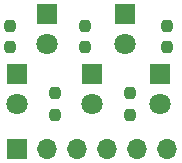
<source format=gbs>
%TF.GenerationSoftware,KiCad,Pcbnew,(6.0.10)*%
%TF.CreationDate,2023-01-30T00:45:51+02:00*%
%TF.ProjectId,LEDs Shield,4c454473-2053-4686-9965-6c642e6b6963,rev?*%
%TF.SameCoordinates,Original*%
%TF.FileFunction,Soldermask,Bot*%
%TF.FilePolarity,Negative*%
%FSLAX46Y46*%
G04 Gerber Fmt 4.6, Leading zero omitted, Abs format (unit mm)*
G04 Created by KiCad (PCBNEW (6.0.10)) date 2023-01-30 00:45:51*
%MOMM*%
%LPD*%
G01*
G04 APERTURE LIST*
G04 Aperture macros list*
%AMRoundRect*
0 Rectangle with rounded corners*
0 $1 Rounding radius*
0 $2 $3 $4 $5 $6 $7 $8 $9 X,Y pos of 4 corners*
0 Add a 4 corners polygon primitive as box body*
4,1,4,$2,$3,$4,$5,$6,$7,$8,$9,$2,$3,0*
0 Add four circle primitives for the rounded corners*
1,1,$1+$1,$2,$3*
1,1,$1+$1,$4,$5*
1,1,$1+$1,$6,$7*
1,1,$1+$1,$8,$9*
0 Add four rect primitives between the rounded corners*
20,1,$1+$1,$2,$3,$4,$5,0*
20,1,$1+$1,$4,$5,$6,$7,0*
20,1,$1+$1,$6,$7,$8,$9,0*
20,1,$1+$1,$8,$9,$2,$3,0*%
G04 Aperture macros list end*
%ADD10RoundRect,0.237500X-0.237500X0.250000X-0.237500X-0.250000X0.237500X-0.250000X0.237500X0.250000X0*%
%ADD11R,1.800000X1.800000*%
%ADD12C,1.800000*%
%ADD13R,1.700000X1.700000*%
%ADD14O,1.700000X1.700000*%
G04 APERTURE END LIST*
D10*
%TO.C,R4*%
X160325000Y-94562500D03*
X160325000Y-92737500D03*
%TD*%
%TO.C,R2*%
X153975000Y-94562500D03*
X153975000Y-92737500D03*
%TD*%
%TO.C,R5*%
X163500000Y-87022500D03*
X163500000Y-88847500D03*
%TD*%
%TO.C,R3*%
X156515000Y-87022500D03*
X156515000Y-88847500D03*
%TD*%
%TO.C,R1*%
X150165000Y-87022500D03*
X150165000Y-88847500D03*
%TD*%
D11*
%TO.C,D5*%
X162865000Y-91105000D03*
D12*
X162865000Y-93645000D03*
%TD*%
%TO.C,D4*%
X159880000Y-88565000D03*
D11*
X159880000Y-86025000D03*
%TD*%
%TO.C,D3*%
X157150000Y-91105000D03*
D12*
X157150000Y-93645000D03*
%TD*%
%TO.C,D2*%
X153340000Y-88565000D03*
D11*
X153340000Y-86025000D03*
%TD*%
%TO.C,D1*%
X150800000Y-91110000D03*
D12*
X150800000Y-93650000D03*
%TD*%
D13*
%TO.C,J3*%
X150800000Y-97460000D03*
D14*
X153340000Y-97460000D03*
X155880000Y-97460000D03*
X158420000Y-97460000D03*
X160960000Y-97460000D03*
X163500000Y-97460000D03*
%TD*%
M02*

</source>
